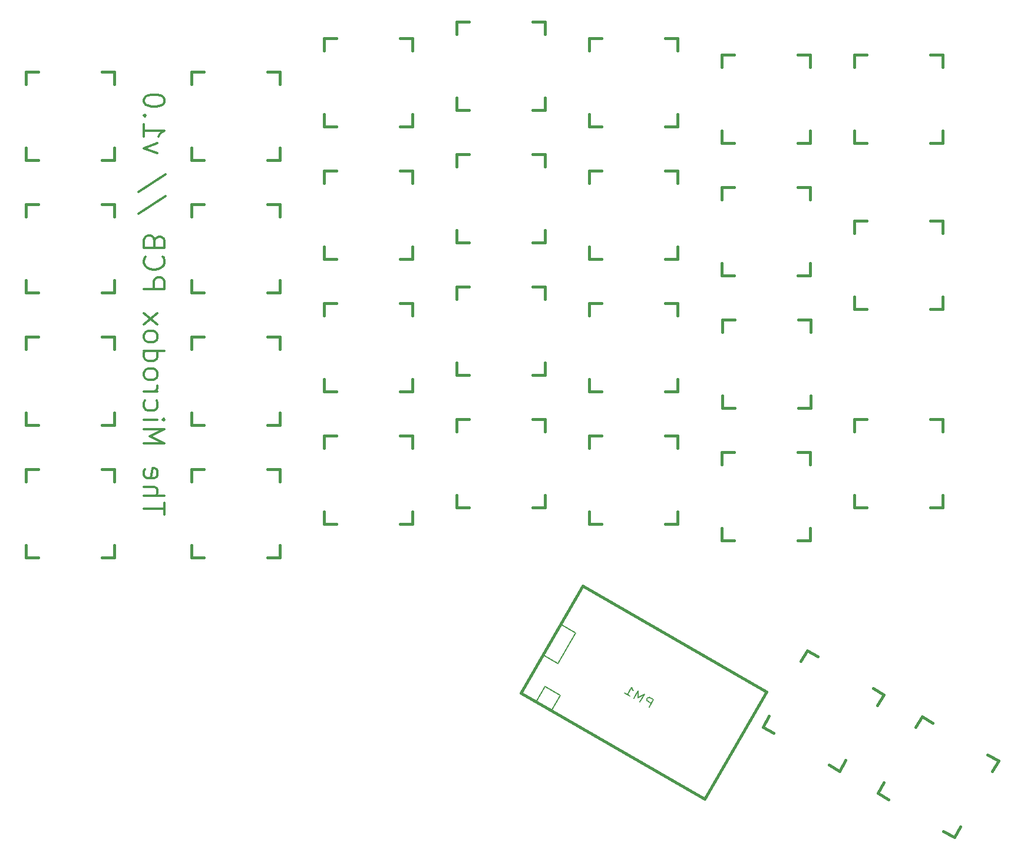
<source format=gbo>
G04 #@! TF.FileFunction,Legend,Bot*
%FSLAX46Y46*%
G04 Gerber Fmt 4.6, Leading zero omitted, Abs format (unit mm)*
G04 Created by KiCad (PCBNEW 4.0.3+e1-6302~38~ubuntu14.04.1-stable) date Mon Aug 15 17:38:34 2016*
%MOMM*%
%LPD*%
G01*
G04 APERTURE LIST*
%ADD10C,0.100000*%
%ADD11C,0.300000*%
%ADD12C,0.381000*%
%ADD13C,0.150000*%
%ADD14C,0.254000*%
%ADD15C,0.203200*%
G04 APERTURE END LIST*
D10*
D11*
X22597857Y-73537142D02*
X22597857Y-71822856D01*
X19597857Y-72679999D02*
X22597857Y-72679999D01*
X19597857Y-70822856D02*
X22597857Y-70822856D01*
X19597857Y-69537142D02*
X21169286Y-69537142D01*
X21455000Y-69679999D01*
X21597857Y-69965713D01*
X21597857Y-70394285D01*
X21455000Y-70679999D01*
X21312143Y-70822856D01*
X19740714Y-66965713D02*
X19597857Y-67251427D01*
X19597857Y-67822856D01*
X19740714Y-68108570D01*
X20026429Y-68251427D01*
X21169286Y-68251427D01*
X21455000Y-68108570D01*
X21597857Y-67822856D01*
X21597857Y-67251427D01*
X21455000Y-66965713D01*
X21169286Y-66822856D01*
X20883571Y-66822856D01*
X20597857Y-68251427D01*
X19597857Y-63251427D02*
X22597857Y-63251427D01*
X20455000Y-62251427D01*
X22597857Y-61251427D01*
X19597857Y-61251427D01*
X19597857Y-59822856D02*
X21597857Y-59822856D01*
X22597857Y-59822856D02*
X22455000Y-59965713D01*
X22312143Y-59822856D01*
X22455000Y-59679999D01*
X22597857Y-59822856D01*
X22312143Y-59822856D01*
X19740714Y-57108571D02*
X19597857Y-57394285D01*
X19597857Y-57965714D01*
X19740714Y-58251428D01*
X19883571Y-58394285D01*
X20169286Y-58537142D01*
X21026429Y-58537142D01*
X21312143Y-58394285D01*
X21455000Y-58251428D01*
X21597857Y-57965714D01*
X21597857Y-57394285D01*
X21455000Y-57108571D01*
X19597857Y-55822856D02*
X21597857Y-55822856D01*
X21026429Y-55822856D02*
X21312143Y-55679999D01*
X21455000Y-55537142D01*
X21597857Y-55251428D01*
X21597857Y-54965713D01*
X19597857Y-53537142D02*
X19740714Y-53822856D01*
X19883571Y-53965713D01*
X20169286Y-54108570D01*
X21026429Y-54108570D01*
X21312143Y-53965713D01*
X21455000Y-53822856D01*
X21597857Y-53537142D01*
X21597857Y-53108570D01*
X21455000Y-52822856D01*
X21312143Y-52679999D01*
X21026429Y-52537142D01*
X20169286Y-52537142D01*
X19883571Y-52679999D01*
X19740714Y-52822856D01*
X19597857Y-53108570D01*
X19597857Y-53537142D01*
X19597857Y-49965713D02*
X22597857Y-49965713D01*
X19740714Y-49965713D02*
X19597857Y-50251427D01*
X19597857Y-50822856D01*
X19740714Y-51108570D01*
X19883571Y-51251427D01*
X20169286Y-51394284D01*
X21026429Y-51394284D01*
X21312143Y-51251427D01*
X21455000Y-51108570D01*
X21597857Y-50822856D01*
X21597857Y-50251427D01*
X21455000Y-49965713D01*
X19597857Y-48108570D02*
X19740714Y-48394284D01*
X19883571Y-48537141D01*
X20169286Y-48679998D01*
X21026429Y-48679998D01*
X21312143Y-48537141D01*
X21455000Y-48394284D01*
X21597857Y-48108570D01*
X21597857Y-47679998D01*
X21455000Y-47394284D01*
X21312143Y-47251427D01*
X21026429Y-47108570D01*
X20169286Y-47108570D01*
X19883571Y-47251427D01*
X19740714Y-47394284D01*
X19597857Y-47679998D01*
X19597857Y-48108570D01*
X19597857Y-46108570D02*
X21597857Y-44537141D01*
X21597857Y-46108570D02*
X19597857Y-44537141D01*
X19597857Y-41108570D02*
X22597857Y-41108570D01*
X22597857Y-39965713D01*
X22455000Y-39679999D01*
X22312143Y-39537142D01*
X22026429Y-39394285D01*
X21597857Y-39394285D01*
X21312143Y-39537142D01*
X21169286Y-39679999D01*
X21026429Y-39965713D01*
X21026429Y-41108570D01*
X19883571Y-36394285D02*
X19740714Y-36537142D01*
X19597857Y-36965713D01*
X19597857Y-37251427D01*
X19740714Y-37679999D01*
X20026429Y-37965713D01*
X20312143Y-38108570D01*
X20883571Y-38251427D01*
X21312143Y-38251427D01*
X21883571Y-38108570D01*
X22169286Y-37965713D01*
X22455000Y-37679999D01*
X22597857Y-37251427D01*
X22597857Y-36965713D01*
X22455000Y-36537142D01*
X22312143Y-36394285D01*
X21169286Y-34108570D02*
X21026429Y-33679999D01*
X20883571Y-33537142D01*
X20597857Y-33394285D01*
X20169286Y-33394285D01*
X19883571Y-33537142D01*
X19740714Y-33679999D01*
X19597857Y-33965713D01*
X19597857Y-35108570D01*
X22597857Y-35108570D01*
X22597857Y-34108570D01*
X22455000Y-33822856D01*
X22312143Y-33679999D01*
X22026429Y-33537142D01*
X21740714Y-33537142D01*
X21455000Y-33679999D01*
X21312143Y-33822856D01*
X21169286Y-34108570D01*
X21169286Y-35108570D01*
X22740714Y-27679999D02*
X18883571Y-30251428D01*
X22740714Y-24537142D02*
X18883571Y-27108571D01*
X21597857Y-21537143D02*
X19597857Y-20822857D01*
X21597857Y-20108571D01*
X19597857Y-17394286D02*
X19597857Y-19108571D01*
X19597857Y-18251429D02*
X22597857Y-18251429D01*
X22169286Y-18537143D01*
X21883571Y-18822857D01*
X21740714Y-19108571D01*
X19883571Y-16108571D02*
X19740714Y-15965714D01*
X19597857Y-16108571D01*
X19740714Y-16251428D01*
X19883571Y-16108571D01*
X19597857Y-16108571D01*
X22597857Y-14108572D02*
X22597857Y-13822857D01*
X22455000Y-13537143D01*
X22312143Y-13394286D01*
X22026429Y-13251429D01*
X21455000Y-13108572D01*
X20740714Y-13108572D01*
X20169286Y-13251429D01*
X19883571Y-13394286D01*
X19740714Y-13537143D01*
X19597857Y-13822857D01*
X19597857Y-14108572D01*
X19740714Y-14394286D01*
X19883571Y-14537143D01*
X20169286Y-14680000D01*
X20740714Y-14822857D01*
X21455000Y-14822857D01*
X22026429Y-14680000D01*
X22312143Y-14537143D01*
X22455000Y-14394286D01*
X22597857Y-14108572D01*
D12*
X108584739Y-104019261D02*
X109473739Y-102479468D01*
X114045739Y-94560532D02*
X114934739Y-93020739D01*
X114934739Y-93020739D02*
X116474532Y-93909739D01*
X124393468Y-98481739D02*
X125933261Y-99370739D01*
X125933261Y-99370739D02*
X125044261Y-100910532D01*
X120472261Y-108829468D02*
X119583261Y-110369261D01*
X119583261Y-110369261D02*
X118043468Y-109480261D01*
X110124532Y-104908261D02*
X108584739Y-104019261D01*
D13*
X76971773Y-93639705D02*
X79171477Y-94909705D01*
X79171477Y-94909705D02*
X81711477Y-90510295D01*
X81711477Y-90510295D02*
X79511773Y-89240295D01*
X79511773Y-89240295D02*
X76971773Y-93639705D01*
X75996477Y-100408966D02*
X77266477Y-98209261D01*
X77266477Y-98209261D02*
X79466182Y-99479261D01*
X79466182Y-99479261D02*
X78196182Y-101678966D01*
D12*
X73796773Y-99138966D02*
X82686773Y-83741034D01*
X82686773Y-83741034D02*
X109083227Y-98981034D01*
X109083227Y-98981034D02*
X100193227Y-114378966D01*
X100193227Y-114378966D02*
X73796773Y-99138966D01*
X2648000Y-9791000D02*
X4426000Y-9791000D01*
X13570000Y-9791000D02*
X15348000Y-9791000D01*
X15348000Y-9791000D02*
X15348000Y-11569000D01*
X15348000Y-20713000D02*
X15348000Y-22491000D01*
X15348000Y-22491000D02*
X13570000Y-22491000D01*
X4426000Y-22491000D02*
X2648000Y-22491000D01*
X2648000Y-22491000D02*
X2648000Y-20713000D01*
X2648000Y-11569000D02*
X2648000Y-9791000D01*
X26460000Y-9790000D02*
X28238000Y-9790000D01*
X37382000Y-9790000D02*
X39160000Y-9790000D01*
X39160000Y-9790000D02*
X39160000Y-11568000D01*
X39160000Y-20712000D02*
X39160000Y-22490000D01*
X39160000Y-22490000D02*
X37382000Y-22490000D01*
X28238000Y-22490000D02*
X26460000Y-22490000D01*
X26460000Y-22490000D02*
X26460000Y-20712000D01*
X26460000Y-11568000D02*
X26460000Y-9790000D01*
X45510000Y-5029000D02*
X47288000Y-5029000D01*
X56432000Y-5029000D02*
X58210000Y-5029000D01*
X58210000Y-5029000D02*
X58210000Y-6807000D01*
X58210000Y-15951000D02*
X58210000Y-17729000D01*
X58210000Y-17729000D02*
X56432000Y-17729000D01*
X47288000Y-17729000D02*
X45510000Y-17729000D01*
X45510000Y-17729000D02*
X45510000Y-15951000D01*
X45510000Y-6807000D02*
X45510000Y-5029000D01*
X64560000Y-2648000D02*
X66338000Y-2648000D01*
X75482000Y-2648000D02*
X77260000Y-2648000D01*
X77260000Y-2648000D02*
X77260000Y-4426000D01*
X77260000Y-13570000D02*
X77260000Y-15348000D01*
X77260000Y-15348000D02*
X75482000Y-15348000D01*
X66338000Y-15348000D02*
X64560000Y-15348000D01*
X64560000Y-15348000D02*
X64560000Y-13570000D01*
X64560000Y-4426000D02*
X64560000Y-2648000D01*
X83610000Y-5029000D02*
X85388000Y-5029000D01*
X94532000Y-5029000D02*
X96310000Y-5029000D01*
X96310000Y-5029000D02*
X96310000Y-6807000D01*
X96310000Y-15951000D02*
X96310000Y-17729000D01*
X96310000Y-17729000D02*
X94532000Y-17729000D01*
X85388000Y-17729000D02*
X83610000Y-17729000D01*
X83610000Y-17729000D02*
X83610000Y-15951000D01*
X83610000Y-6807000D02*
X83610000Y-5029000D01*
X102660000Y-7410000D02*
X104438000Y-7410000D01*
X113582000Y-7410000D02*
X115360000Y-7410000D01*
X115360000Y-7410000D02*
X115360000Y-9188000D01*
X115360000Y-18332000D02*
X115360000Y-20110000D01*
X115360000Y-20110000D02*
X113582000Y-20110000D01*
X104438000Y-20110000D02*
X102660000Y-20110000D01*
X102660000Y-20110000D02*
X102660000Y-18332000D01*
X102660000Y-9188000D02*
X102660000Y-7410000D01*
X121710000Y-7410000D02*
X123488000Y-7410000D01*
X132632000Y-7410000D02*
X134410000Y-7410000D01*
X134410000Y-7410000D02*
X134410000Y-9188000D01*
X134410000Y-18332000D02*
X134410000Y-20110000D01*
X134410000Y-20110000D02*
X132632000Y-20110000D01*
X123488000Y-20110000D02*
X121710000Y-20110000D01*
X121710000Y-20110000D02*
X121710000Y-18332000D01*
X121710000Y-9188000D02*
X121710000Y-7410000D01*
X2648000Y-28841000D02*
X4426000Y-28841000D01*
X13570000Y-28841000D02*
X15348000Y-28841000D01*
X15348000Y-28841000D02*
X15348000Y-30619000D01*
X15348000Y-39763000D02*
X15348000Y-41541000D01*
X15348000Y-41541000D02*
X13570000Y-41541000D01*
X4426000Y-41541000D02*
X2648000Y-41541000D01*
X2648000Y-41541000D02*
X2648000Y-39763000D01*
X2648000Y-30619000D02*
X2648000Y-28841000D01*
X26460000Y-28841000D02*
X28238000Y-28841000D01*
X37382000Y-28841000D02*
X39160000Y-28841000D01*
X39160000Y-28841000D02*
X39160000Y-30619000D01*
X39160000Y-39763000D02*
X39160000Y-41541000D01*
X39160000Y-41541000D02*
X37382000Y-41541000D01*
X28238000Y-41541000D02*
X26460000Y-41541000D01*
X26460000Y-41541000D02*
X26460000Y-39763000D01*
X26460000Y-30619000D02*
X26460000Y-28841000D01*
X45510000Y-24079000D02*
X47288000Y-24079000D01*
X56432000Y-24079000D02*
X58210000Y-24079000D01*
X58210000Y-24079000D02*
X58210000Y-25857000D01*
X58210000Y-35001000D02*
X58210000Y-36779000D01*
X58210000Y-36779000D02*
X56432000Y-36779000D01*
X47288000Y-36779000D02*
X45510000Y-36779000D01*
X45510000Y-36779000D02*
X45510000Y-35001000D01*
X45510000Y-25857000D02*
X45510000Y-24079000D01*
X64560000Y-21688000D02*
X66338000Y-21688000D01*
X75482000Y-21688000D02*
X77260000Y-21688000D01*
X77260000Y-21688000D02*
X77260000Y-23466000D01*
X77260000Y-32610000D02*
X77260000Y-34388000D01*
X77260000Y-34388000D02*
X75482000Y-34388000D01*
X66338000Y-34388000D02*
X64560000Y-34388000D01*
X64560000Y-34388000D02*
X64560000Y-32610000D01*
X64560000Y-23466000D02*
X64560000Y-21688000D01*
X83610000Y-24079000D02*
X85388000Y-24079000D01*
X94532000Y-24079000D02*
X96310000Y-24079000D01*
X96310000Y-24079000D02*
X96310000Y-25857000D01*
X96310000Y-35001000D02*
X96310000Y-36779000D01*
X96310000Y-36779000D02*
X94532000Y-36779000D01*
X85388000Y-36779000D02*
X83610000Y-36779000D01*
X83610000Y-36779000D02*
X83610000Y-35001000D01*
X83610000Y-25857000D02*
X83610000Y-24079000D01*
X102660000Y-26460000D02*
X104438000Y-26460000D01*
X113582000Y-26460000D02*
X115360000Y-26460000D01*
X115360000Y-26460000D02*
X115360000Y-28238000D01*
X115360000Y-37382000D02*
X115360000Y-39160000D01*
X115360000Y-39160000D02*
X113582000Y-39160000D01*
X104438000Y-39160000D02*
X102660000Y-39160000D01*
X102660000Y-39160000D02*
X102660000Y-37382000D01*
X102660000Y-28238000D02*
X102660000Y-26460000D01*
X2648000Y-47891000D02*
X4426000Y-47891000D01*
X13570000Y-47891000D02*
X15348000Y-47891000D01*
X15348000Y-47891000D02*
X15348000Y-49669000D01*
X15348000Y-58813000D02*
X15348000Y-60591000D01*
X15348000Y-60591000D02*
X13570000Y-60591000D01*
X4426000Y-60591000D02*
X2648000Y-60591000D01*
X2648000Y-60591000D02*
X2648000Y-58813000D01*
X2648000Y-49669000D02*
X2648000Y-47891000D01*
X26460000Y-47891000D02*
X28238000Y-47891000D01*
X37382000Y-47891000D02*
X39160000Y-47891000D01*
X39160000Y-47891000D02*
X39160000Y-49669000D01*
X39160000Y-58813000D02*
X39160000Y-60591000D01*
X39160000Y-60591000D02*
X37382000Y-60591000D01*
X28238000Y-60591000D02*
X26460000Y-60591000D01*
X26460000Y-60591000D02*
X26460000Y-58813000D01*
X26460000Y-49669000D02*
X26460000Y-47891000D01*
X45510000Y-43129000D02*
X47288000Y-43129000D01*
X56432000Y-43129000D02*
X58210000Y-43129000D01*
X58210000Y-43129000D02*
X58210000Y-44907000D01*
X58210000Y-54051000D02*
X58210000Y-55829000D01*
X58210000Y-55829000D02*
X56432000Y-55829000D01*
X47288000Y-55829000D02*
X45510000Y-55829000D01*
X45510000Y-55829000D02*
X45510000Y-54051000D01*
X45510000Y-44907000D02*
X45510000Y-43129000D01*
X64560000Y-40738000D02*
X66338000Y-40738000D01*
X75482000Y-40738000D02*
X77260000Y-40738000D01*
X77260000Y-40738000D02*
X77260000Y-42516000D01*
X77260000Y-51660000D02*
X77260000Y-53438000D01*
X77260000Y-53438000D02*
X75482000Y-53438000D01*
X66338000Y-53438000D02*
X64560000Y-53438000D01*
X64560000Y-53438000D02*
X64560000Y-51660000D01*
X64560000Y-42516000D02*
X64560000Y-40738000D01*
X83610000Y-43129000D02*
X85388000Y-43129000D01*
X94532000Y-43129000D02*
X96310000Y-43129000D01*
X96310000Y-43129000D02*
X96310000Y-44907000D01*
X96310000Y-54051000D02*
X96310000Y-55829000D01*
X96310000Y-55829000D02*
X94532000Y-55829000D01*
X85388000Y-55829000D02*
X83610000Y-55829000D01*
X83610000Y-55829000D02*
X83610000Y-54051000D01*
X83610000Y-44907000D02*
X83610000Y-43129000D01*
X102751000Y-45510000D02*
X104529000Y-45510000D01*
X113673000Y-45510000D02*
X115451000Y-45510000D01*
X115451000Y-45510000D02*
X115451000Y-47288000D01*
X115451000Y-56432000D02*
X115451000Y-58210000D01*
X115451000Y-58210000D02*
X113673000Y-58210000D01*
X104529000Y-58210000D02*
X102751000Y-58210000D01*
X102751000Y-58210000D02*
X102751000Y-56432000D01*
X102751000Y-47288000D02*
X102751000Y-45510000D01*
X134410000Y-43923000D02*
X132632000Y-43923000D01*
X123488000Y-43923000D02*
X121710000Y-43923000D01*
X121710000Y-43923000D02*
X121710000Y-42145000D01*
X121710000Y-33001000D02*
X121710000Y-31223000D01*
X121710000Y-31223000D02*
X123488000Y-31223000D01*
X132632000Y-31223000D02*
X134410000Y-31223000D01*
X134410000Y-31223000D02*
X134410000Y-33001000D01*
X134410000Y-42145000D02*
X134410000Y-43923000D01*
X2648000Y-66941000D02*
X4426000Y-66941000D01*
X13570000Y-66941000D02*
X15348000Y-66941000D01*
X15348000Y-66941000D02*
X15348000Y-68719000D01*
X15348000Y-77863000D02*
X15348000Y-79641000D01*
X15348000Y-79641000D02*
X13570000Y-79641000D01*
X4426000Y-79641000D02*
X2648000Y-79641000D01*
X2648000Y-79641000D02*
X2648000Y-77863000D01*
X2648000Y-68719000D02*
X2648000Y-66941000D01*
X26460000Y-66941000D02*
X28238000Y-66941000D01*
X37382000Y-66941000D02*
X39160000Y-66941000D01*
X39160000Y-66941000D02*
X39160000Y-68719000D01*
X39160000Y-77863000D02*
X39160000Y-79641000D01*
X39160000Y-79641000D02*
X37382000Y-79641000D01*
X28238000Y-79641000D02*
X26460000Y-79641000D01*
X26460000Y-79641000D02*
X26460000Y-77863000D01*
X26460000Y-68719000D02*
X26460000Y-66941000D01*
X45510000Y-62179000D02*
X47288000Y-62179000D01*
X56432000Y-62179000D02*
X58210000Y-62179000D01*
X58210000Y-62179000D02*
X58210000Y-63957000D01*
X58210000Y-73101000D02*
X58210000Y-74879000D01*
X58210000Y-74879000D02*
X56432000Y-74879000D01*
X47288000Y-74879000D02*
X45510000Y-74879000D01*
X45510000Y-74879000D02*
X45510000Y-73101000D01*
X45510000Y-63957000D02*
X45510000Y-62179000D01*
X64560000Y-59788000D02*
X66338000Y-59788000D01*
X75482000Y-59788000D02*
X77260000Y-59788000D01*
X77260000Y-59788000D02*
X77260000Y-61566000D01*
X77260000Y-70710000D02*
X77260000Y-72488000D01*
X77260000Y-72488000D02*
X75482000Y-72488000D01*
X66338000Y-72488000D02*
X64560000Y-72488000D01*
X64560000Y-72488000D02*
X64560000Y-70710000D01*
X64560000Y-61566000D02*
X64560000Y-59788000D01*
X83610000Y-62179000D02*
X85388000Y-62179000D01*
X94532000Y-62179000D02*
X96310000Y-62179000D01*
X96310000Y-62179000D02*
X96310000Y-63957000D01*
X96310000Y-73101000D02*
X96310000Y-74879000D01*
X96310000Y-74879000D02*
X94532000Y-74879000D01*
X85388000Y-74879000D02*
X83610000Y-74879000D01*
X83610000Y-74879000D02*
X83610000Y-73101000D01*
X83610000Y-63957000D02*
X83610000Y-62179000D01*
X102660000Y-64560000D02*
X104438000Y-64560000D01*
X113582000Y-64560000D02*
X115360000Y-64560000D01*
X115360000Y-64560000D02*
X115360000Y-66338000D01*
X115360000Y-75482000D02*
X115360000Y-77260000D01*
X115360000Y-77260000D02*
X113582000Y-77260000D01*
X104438000Y-77260000D02*
X102660000Y-77260000D01*
X102660000Y-77260000D02*
X102660000Y-75482000D01*
X102660000Y-66338000D02*
X102660000Y-64560000D01*
X121710000Y-59798000D02*
X123488000Y-59798000D01*
X132632000Y-59798000D02*
X134410000Y-59798000D01*
X134410000Y-59798000D02*
X134410000Y-61576000D01*
X134410000Y-70720000D02*
X134410000Y-72498000D01*
X134410000Y-72498000D02*
X132632000Y-72498000D01*
X123488000Y-72498000D02*
X121710000Y-72498000D01*
X121710000Y-72498000D02*
X121710000Y-70720000D01*
X121710000Y-61576000D02*
X121710000Y-59798000D01*
X125082739Y-113544261D02*
X125971739Y-112004468D01*
X130543739Y-104085532D02*
X131432739Y-102545739D01*
X131432739Y-102545739D02*
X132972532Y-103434739D01*
X140891468Y-108006739D02*
X142431261Y-108895739D01*
X142431261Y-108895739D02*
X141542261Y-110435532D01*
X136970261Y-118354468D02*
X136081261Y-119894261D01*
X136081261Y-119894261D02*
X134541468Y-119005261D01*
X126622532Y-114433261D02*
X125082739Y-113544261D01*
D14*
D15*
X92246077Y-101190409D02*
X92881077Y-100090557D01*
X92378287Y-99800271D01*
X92222352Y-99780074D01*
X92129265Y-99796162D01*
X92005940Y-99864624D01*
X91915226Y-100021746D01*
X91917598Y-100162780D01*
X91950209Y-100251439D01*
X92045668Y-100376384D01*
X92548458Y-100666670D01*
X90926254Y-100428409D02*
X91561254Y-99328557D01*
X90667742Y-99860166D01*
X90681372Y-98820557D01*
X90046372Y-99920409D01*
X88726550Y-99158409D02*
X89480734Y-99593838D01*
X89103642Y-99376124D02*
X89738642Y-98276272D01*
X89773626Y-98505964D01*
X89838846Y-98683284D01*
X89934306Y-98808229D01*
D14*
M02*

</source>
